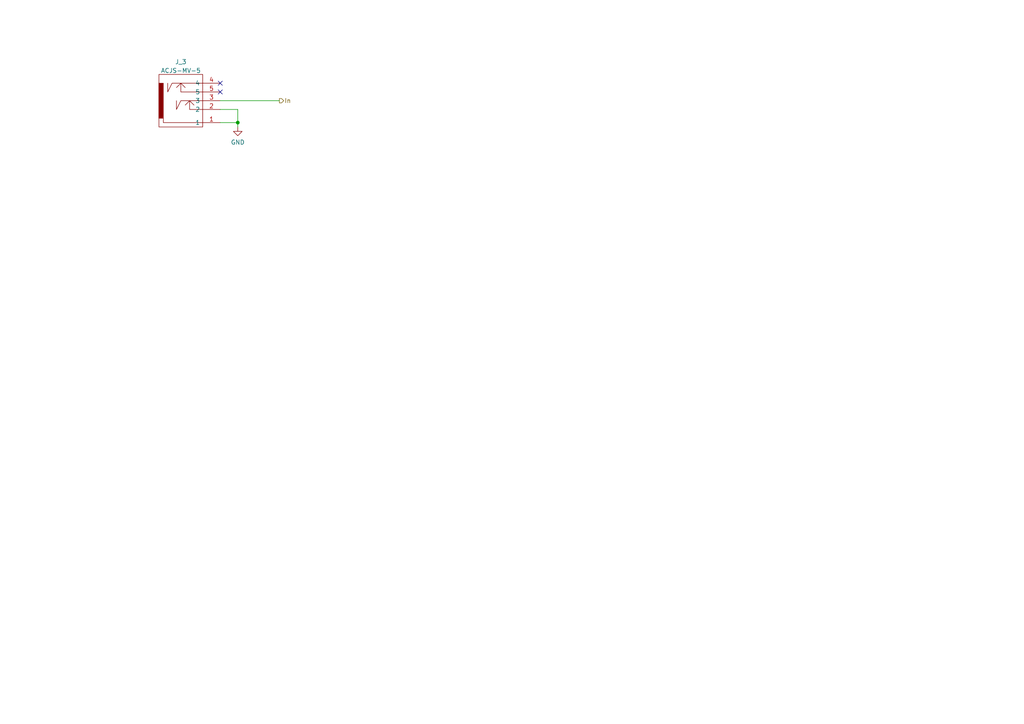
<source format=kicad_sch>
(kicad_sch (version 20211123) (generator eeschema)
  (paper "A4")
  (lib_symbols
    (symbol "Aphenol:ACJS-MV-5" (pin_names (offset 0.762))
      (property "Reference" "J_Return1" (at 8.3312 -6.7853 90))
      (property "Value" "ACJS-MV-5" (at 8.3312 -9.3222 90))
      (symbol "ACJS-MV-5_0_0"
        (pin passive line (at 19.05 -6.35 180) (length 5.08) (name "1") (number "1"))
        (pin passive line (at 19.05 -2.54 180) (length 5.08) (name "2") (number "2"))
        (pin passive line (at 19.05 0 180) (length 5.08) (name "3") (number "3"))
        (pin passive line (at 19.05 5.08 180) (length 5.08) (name "4") (number "4"))
        (pin passive line (at 19.05 2.54 180) (length 5.08) (name "5") (number "5"))
      )
      (symbol "ACJS-MV-5_0_1"
        (polyline (pts (xy 2.54 -5.08) (xy 2.54 -6.35) (xy 13.97 -6.35)) (stroke (width 0.1524)))
        (polyline (pts (xy 7.62 5.08) (xy 7.62 2.54) (xy 13.97 2.54)) (stroke (width 0.1524)))
        (polyline (pts (xy 8.89 -1.27) (xy 10.16 0) (xy 11.43 -1.27)) (stroke (width 0.1524)))
        (polyline (pts (xy 13.97 -2.54) (xy 10.16 -2.54) (xy 10.16 0)) (stroke (width 0.1524)))
        (polyline (pts (xy 7.62 5.08) (xy 6.35 3.81) (xy 7.62 5.08) (xy 8.89 3.81)) (stroke (width 0.1524)))
        (polyline (pts (xy 13.97 0) (xy 7.62 0) (xy 6.35 -2.54) (xy 6.35 0)) (stroke (width 0.1524)))
        (polyline (pts (xy 13.97 5.08) (xy 5.08 5.08) (xy 3.81 2.54) (xy 3.81 5.08)) (stroke (width 0.1524)))
        (polyline (pts (xy 1.27 7.62) (xy 13.97 7.62) (xy 13.97 -7.62) (xy 1.27 -7.62) (xy 1.27 7.62)) (stroke (width 0.1524)))
        (rectangle (start 1.27 5.08) (end 2.54 -5.08) (stroke (width 0.1524)) (fill (type outline)))
      )
    )
    (symbol "power:GND" (power) (pin_names (offset 0))
      (property "Value" "GND" (at 0 -3.81 0))
      (symbol "GND_0_1"
        (polyline (pts (xy 0 0) (xy 0 -1.27) (xy 1.27 -1.27) (xy 0 -2.54) (xy -1.27 -1.27) (xy 0 -1.27)))
      )
      (symbol "GND_1_1"
        (pin power_in line (at 0 0 270) (length 0) hide (name "GND") (number "1"))
      )
    )
  )
  (junction (at 68.961 35.56))
  (no_connect (at 63.881 24.13))
  (no_connect (at 63.881 26.67))
  (wire (pts (xy 68.961 36.83) (xy 68.961 35.56)))
  (wire (pts (xy 68.961 31.75) (xy 68.961 35.56)))
  (wire (pts (xy 63.881 35.56) (xy 68.961 35.56)))
  (wire (pts (xy 63.881 29.21) (xy 81.026 29.21)))
  (wire (pts (xy 63.881 31.75) (xy 68.961 31.75)))
  (hierarchical_label "In" (shape output) (at 81.026 29.21 0))
  (symbol (lib_id "Aphenol:ACJS-MV-5") (at 44.831 29.21 0) (unit 1)
    (property "Reference" "J_3" (at 52.451 17.941 0))
    (property "Value" "ACJS-MV-5" (at 52.451 20.4779 0))
    (property "Footprint" "SamacSys_Parts:ACJSMV5" (effects hide))
    (property "Datasheet" "http://www.amphenolaudio.com/wp-content/uploads/2015/07/55010228000152_acjx-mv-x.pdf" (effects hide))
    (property "Description" "Phone Connectors 1/4\"VERT CHASIS CONN PLSTC" (effects hide))
    (property "Height" "31.45" (effects hide))
    (property "Manufacturer_Name" "Amphenol" (effects hide))
    (property "Manufacturer_Part_Number" "ACJS-MV-5" (effects hide))
    (property "Mouser Part Number" "523-ACJS-MV-5" (effects hide))
    (property "Mouser Price/Stock" "https://www.mouser.co.uk/ProductDetail/Amphenol-Audio/ACJS-MV-5?qs=c9RBuMmXG6JIOKwHTyIaMA%3D%3D" (effects hide))
  )
  (symbol (lib_id "power:GND") (at 68.961 36.83 0) (unit 1)
    (property "Reference" "#PWR067" (effects hide))
    (property "Value" "GND" (at 68.961 41.2734 0))
  )
)
</source>
